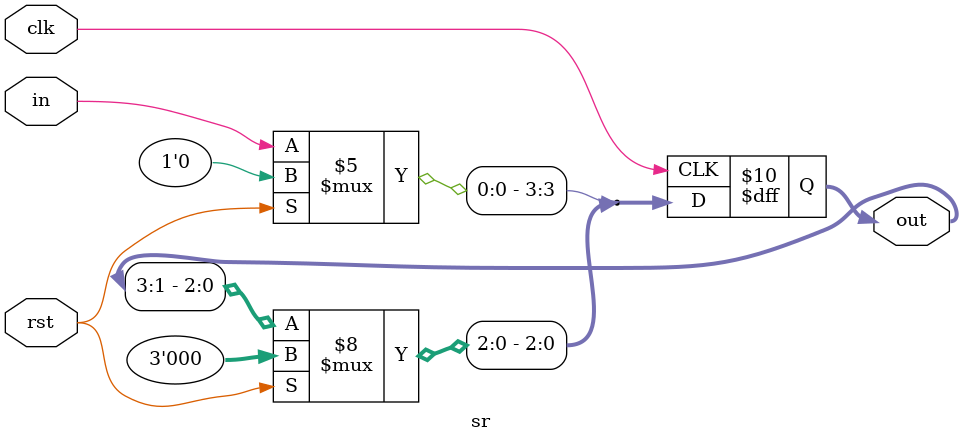
<source format=v>
`timescale 1ns / 1ps

module sr(clk, rst, in, out);
    input clk, rst, in;
    output reg [3:0] out;

    initial out = 4'b0;

    always @(negedge clk) begin
        if (rst) begin
            out <= 0; 
        end
        else begin
            out <= out >> 1; 
            out[3] <= in; 
        end
    end
endmodule


</source>
